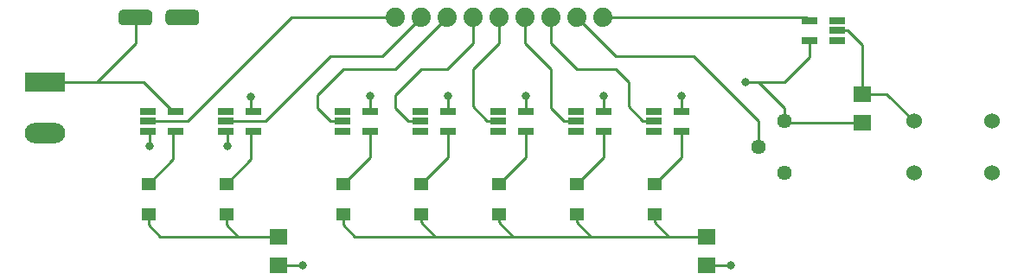
<source format=gbr>
%TF.GenerationSoftware,KiCad,Pcbnew,5.1.10*%
%TF.CreationDate,2021-08-10T02:55:14-04:00*%
%TF.ProjectId,KSG Display Board,4b534720-4469-4737-906c-617920426f61,rev?*%
%TF.SameCoordinates,Original*%
%TF.FileFunction,Copper,L1,Top*%
%TF.FilePolarity,Positive*%
%FSLAX46Y46*%
G04 Gerber Fmt 4.6, Leading zero omitted, Abs format (unit mm)*
G04 Created by KiCad (PCBNEW 5.1.10) date 2021-08-10 02:55:14*
%MOMM*%
%LPD*%
G01*
G04 APERTURE LIST*
%TA.AperFunction,SMDPad,CuDef*%
%ADD10R,1.798320X1.597660*%
%TD*%
%TA.AperFunction,SMDPad,CuDef*%
%ADD11R,1.399540X1.198880*%
%TD*%
%TA.AperFunction,SMDPad,CuDef*%
%ADD12R,1.560000X0.650000*%
%TD*%
%TA.AperFunction,ComponentPad*%
%ADD13O,3.960000X1.980000*%
%TD*%
%TA.AperFunction,ComponentPad*%
%ADD14R,3.960000X1.980000*%
%TD*%
%TA.AperFunction,ComponentPad*%
%ADD15C,1.524000*%
%TD*%
%TA.AperFunction,ComponentPad*%
%ADD16C,1.440000*%
%TD*%
%TA.AperFunction,ComponentPad*%
%ADD17C,1.879600*%
%TD*%
%TA.AperFunction,ViaPad*%
%ADD18C,0.800000*%
%TD*%
%TA.AperFunction,Conductor*%
%ADD19C,0.250000*%
%TD*%
G04 APERTURE END LIST*
D10*
%TO.P,R3,2*%
%TO.N,Net-(R3-Pad2)*%
X176530000Y-121790460D03*
%TO.P,R3,1*%
%TO.N,5V*%
X176530000Y-124589540D03*
%TD*%
%TO.P,R2,2*%
%TO.N,GND*%
X161290000Y-138559540D03*
%TO.P,R2,1*%
%TO.N,Net-(D3-PadC)*%
X161290000Y-135760460D03*
%TD*%
%TO.P,R1,2*%
%TO.N,GND*%
X119380000Y-138559540D03*
%TO.P,R1,1*%
%TO.N,Net-(D1-PadC)*%
X119380000Y-135760460D03*
%TD*%
D11*
%TO.P,D2,C*%
%TO.N,Net-(D1-PadC)*%
X114300000Y-133578600D03*
%TO.P,D2,A*%
%TO.N,Net-(D2-PadA)*%
X114300000Y-130581400D03*
%TD*%
%TO.P,D1,C*%
%TO.N,Net-(D1-PadC)*%
X106680000Y-133578600D03*
%TO.P,D1,A*%
%TO.N,Net-(D1-PadA)*%
X106680000Y-130581400D03*
%TD*%
D12*
%TO.P,U2,5*%
%TO.N,5V*%
X116920000Y-123510000D03*
%TO.P,U2,4*%
%TO.N,Net-(D2-PadA)*%
X116920000Y-125410000D03*
%TO.P,U2,3*%
%TO.N,GND*%
X114220000Y-125410000D03*
%TO.P,U2,2*%
%TO.N,Net-(J1-Pad2)*%
X114220000Y-124460000D03*
%TO.P,U2,1*%
%TO.N,N/C*%
X114220000Y-123510000D03*
%TD*%
%TO.P,U1,5*%
%TO.N,5V*%
X109300000Y-123510000D03*
%TO.P,U1,4*%
%TO.N,Net-(D1-PadA)*%
X109300000Y-125410000D03*
%TO.P,U1,3*%
%TO.N,GND*%
X106600000Y-125410000D03*
%TO.P,U1,2*%
%TO.N,Net-(J1-Pad1)*%
X106600000Y-124460000D03*
%TO.P,U1,1*%
%TO.N,N/C*%
X106600000Y-123510000D03*
%TD*%
%TO.P,S1,3*%
%TO.N,5V*%
%TA.AperFunction,ComponentPad*%
G36*
G01*
X107061000Y-113919000D02*
X107061000Y-114681000D01*
G75*
G02*
X106680000Y-115062000I-381000J0D01*
G01*
X104140000Y-115062000D01*
G75*
G02*
X103759000Y-114681000I0J381000D01*
G01*
X103759000Y-113919000D01*
G75*
G02*
X104140000Y-113538000I381000J0D01*
G01*
X106680000Y-113538000D01*
G75*
G02*
X107061000Y-113919000I0J-381000D01*
G01*
G37*
%TD.AperFunction*%
%TO.P,S1,1*%
%TA.AperFunction,ComponentPad*%
G36*
G01*
X111661000Y-113919000D02*
X111661000Y-114681000D01*
G75*
G02*
X111280000Y-115062000I-381000J0D01*
G01*
X108740000Y-115062000D01*
G75*
G02*
X108359000Y-114681000I0J381000D01*
G01*
X108359000Y-113919000D01*
G75*
G02*
X108740000Y-113538000I381000J0D01*
G01*
X111280000Y-113538000D01*
G75*
G02*
X111661000Y-113919000I0J-381000D01*
G01*
G37*
%TD.AperFunction*%
%TD*%
D13*
%TO.P,J2,2*%
%TO.N,GND*%
X96520000Y-125650000D03*
D14*
%TO.P,J2,1*%
%TO.N,5V*%
X96520000Y-120650000D03*
%TD*%
D15*
%TO.P,SW1,4*%
%TO.N,Net-(SW1-Pad4)*%
X189230000Y-129540000D03*
%TO.P,SW1,3*%
%TO.N,GND*%
X181610000Y-129540000D03*
%TO.P,SW1,2*%
%TO.N,Net-(SW1-Pad2)*%
X189230000Y-124460000D03*
%TO.P,SW1,1*%
%TO.N,Net-(R3-Pad2)*%
X181610000Y-124460000D03*
%TD*%
D16*
%TO.P,VR1,1*%
%TO.N,5V*%
X168910000Y-124460000D03*
%TO.P,VR1,2*%
%TO.N,Net-(J1-Pad8)*%
X166370000Y-127000000D03*
%TO.P,VR1,3*%
%TO.N,GND*%
X168910000Y-129540000D03*
%TD*%
D12*
%TO.P,U9,5*%
%TO.N,5V*%
X171370000Y-116520000D03*
%TO.P,U9,4*%
%TO.N,Net-(J1-Pad9)*%
X171370000Y-114620000D03*
%TO.P,U9,3*%
%TO.N,GND*%
X174070000Y-114620000D03*
%TO.P,U9,2*%
%TO.N,Net-(R3-Pad2)*%
X174070000Y-115570000D03*
%TO.P,U9,1*%
%TO.N,N/C*%
X174070000Y-116520000D03*
%TD*%
%TO.P,U8,5*%
%TO.N,5V*%
X158830000Y-123510000D03*
%TO.P,U8,4*%
%TO.N,Net-(D7-PadA)*%
X158830000Y-125410000D03*
%TO.P,U8,3*%
%TO.N,GND*%
X156130000Y-125410000D03*
%TO.P,U8,2*%
%TO.N,Net-(J1-Pad7)*%
X156130000Y-124460000D03*
%TO.P,U8,1*%
%TO.N,N/C*%
X156130000Y-123510000D03*
%TD*%
%TO.P,U7,5*%
%TO.N,5V*%
X151210000Y-123510000D03*
%TO.P,U7,4*%
%TO.N,Net-(D6-PadA)*%
X151210000Y-125410000D03*
%TO.P,U7,3*%
%TO.N,GND*%
X148510000Y-125410000D03*
%TO.P,U7,2*%
%TO.N,Net-(J1-Pad6)*%
X148510000Y-124460000D03*
%TO.P,U7,1*%
%TO.N,N/C*%
X148510000Y-123510000D03*
%TD*%
%TO.P,U6,5*%
%TO.N,5V*%
X143590000Y-123510000D03*
%TO.P,U6,4*%
%TO.N,Net-(D5-PadA)*%
X143590000Y-125410000D03*
%TO.P,U6,3*%
%TO.N,GND*%
X140890000Y-125410000D03*
%TO.P,U6,2*%
%TO.N,Net-(J1-Pad5)*%
X140890000Y-124460000D03*
%TO.P,U6,1*%
%TO.N,N/C*%
X140890000Y-123510000D03*
%TD*%
%TO.P,U5,5*%
%TO.N,5V*%
X135970000Y-123510000D03*
%TO.P,U5,4*%
%TO.N,Net-(D4-PadA)*%
X135970000Y-125410000D03*
%TO.P,U5,3*%
%TO.N,GND*%
X133270000Y-125410000D03*
%TO.P,U5,2*%
%TO.N,Net-(J1-Pad4)*%
X133270000Y-124460000D03*
%TO.P,U5,1*%
%TO.N,N/C*%
X133270000Y-123510000D03*
%TD*%
%TO.P,U4,5*%
%TO.N,5V*%
X128350000Y-123510000D03*
%TO.P,U4,4*%
%TO.N,Net-(D3-PadA)*%
X128350000Y-125410000D03*
%TO.P,U4,3*%
%TO.N,GND*%
X125650000Y-125410000D03*
%TO.P,U4,2*%
%TO.N,Net-(J1-Pad3)*%
X125650000Y-124460000D03*
%TO.P,U4,1*%
%TO.N,N/C*%
X125650000Y-123510000D03*
%TD*%
D17*
%TO.P,J1,9*%
%TO.N,Net-(J1-Pad9)*%
X151130000Y-114300000D03*
%TO.P,J1,8*%
%TO.N,Net-(J1-Pad8)*%
X148590000Y-114300000D03*
%TO.P,J1,7*%
%TO.N,Net-(J1-Pad7)*%
X146050000Y-114300000D03*
%TO.P,J1,6*%
%TO.N,Net-(J1-Pad6)*%
X143510000Y-114300000D03*
%TO.P,J1,5*%
%TO.N,Net-(J1-Pad5)*%
X140970000Y-114300000D03*
%TO.P,J1,4*%
%TO.N,Net-(J1-Pad4)*%
X138430000Y-114300000D03*
%TO.P,J1,3*%
%TO.N,Net-(J1-Pad3)*%
X135890000Y-114300000D03*
%TO.P,J1,2*%
%TO.N,Net-(J1-Pad2)*%
X133350000Y-114300000D03*
%TO.P,J1,1*%
%TO.N,Net-(J1-Pad1)*%
X130810000Y-114300000D03*
%TD*%
D11*
%TO.P,D7,C*%
%TO.N,Net-(D3-PadC)*%
X156210000Y-133578600D03*
%TO.P,D7,A*%
%TO.N,Net-(D7-PadA)*%
X156210000Y-130581400D03*
%TD*%
%TO.P,D6,C*%
%TO.N,Net-(D3-PadC)*%
X148590000Y-133578600D03*
%TO.P,D6,A*%
%TO.N,Net-(D6-PadA)*%
X148590000Y-130581400D03*
%TD*%
%TO.P,D5,C*%
%TO.N,Net-(D3-PadC)*%
X140970000Y-133578600D03*
%TO.P,D5,A*%
%TO.N,Net-(D5-PadA)*%
X140970000Y-130581400D03*
%TD*%
%TO.P,D4,C*%
%TO.N,Net-(D3-PadC)*%
X133350000Y-133578600D03*
%TO.P,D4,A*%
%TO.N,Net-(D4-PadA)*%
X133350000Y-130581400D03*
%TD*%
%TO.P,D3,C*%
%TO.N,Net-(D3-PadC)*%
X125730000Y-133578600D03*
%TO.P,D3,A*%
%TO.N,Net-(D3-PadA)*%
X125730000Y-130581400D03*
%TD*%
D18*
%TO.N,5V*%
X158830000Y-122000000D03*
X151210000Y-122000000D03*
X143590000Y-122000000D03*
X135970000Y-122000000D03*
X128350000Y-122000000D03*
X165100000Y-120650000D03*
X116707500Y-122052500D03*
%TO.N,GND*%
X121790460Y-138559540D03*
X163700460Y-138559540D03*
X114432500Y-126867500D03*
X106812500Y-126867500D03*
%TD*%
D19*
%TO.N,Net-(D1-PadC)*%
X106680000Y-133578600D02*
X106680000Y-134620000D01*
X106680000Y-134620000D02*
X107820460Y-135760460D01*
X114300000Y-134620000D02*
X115440460Y-135760460D01*
X114300000Y-133578600D02*
X114300000Y-134620000D01*
X115440460Y-135760460D02*
X119380000Y-135760460D01*
X107820460Y-135760460D02*
X115440460Y-135760460D01*
%TO.N,Net-(D1-PadA)*%
X109087500Y-128173900D02*
X106680000Y-130581400D01*
X109087500Y-125410000D02*
X109087500Y-128173900D01*
%TO.N,Net-(D2-PadA)*%
X116707500Y-128173900D02*
X114300000Y-130581400D01*
X116707500Y-125410000D02*
X116707500Y-128173900D01*
%TO.N,Net-(D3-PadC)*%
X125730000Y-133578600D02*
X125730000Y-134620000D01*
X125730000Y-134620000D02*
X126870460Y-135760460D01*
X133350000Y-133578600D02*
X133350000Y-134360920D01*
X133350000Y-134360920D02*
X134749540Y-135760460D01*
X126870460Y-135760460D02*
X134749540Y-135760460D01*
X140970000Y-134360920D02*
X142369540Y-135760460D01*
X140970000Y-133578600D02*
X140970000Y-134360920D01*
X134749540Y-135760460D02*
X142369540Y-135760460D01*
X148590000Y-134360920D02*
X149989540Y-135760460D01*
X148590000Y-133578600D02*
X148590000Y-134360920D01*
X142369540Y-135760460D02*
X149989540Y-135760460D01*
X156210000Y-134360920D02*
X157609540Y-135760460D01*
X156210000Y-133578600D02*
X156210000Y-134360920D01*
X157609540Y-135760460D02*
X161290000Y-135760460D01*
X149989540Y-135760460D02*
X157609540Y-135760460D01*
%TO.N,Net-(D3-PadA)*%
X128350000Y-127961400D02*
X125730000Y-130581400D01*
X128350000Y-125410000D02*
X128350000Y-127961400D01*
%TO.N,Net-(D4-PadA)*%
X135970000Y-127961400D02*
X133350000Y-130581400D01*
X135970000Y-125410000D02*
X135970000Y-127961400D01*
%TO.N,Net-(D5-PadA)*%
X143590000Y-127961400D02*
X140970000Y-130581400D01*
X143590000Y-125410000D02*
X143590000Y-127961400D01*
%TO.N,Net-(D6-PadA)*%
X151210000Y-127961400D02*
X148590000Y-130581400D01*
X151210000Y-125410000D02*
X151210000Y-127961400D01*
%TO.N,Net-(D7-PadA)*%
X158830000Y-127961400D02*
X156210000Y-130581400D01*
X158830000Y-125410000D02*
X158830000Y-127961400D01*
%TO.N,Net-(R3-Pad2)*%
X176530000Y-117000000D02*
X176530000Y-121790460D01*
X175100000Y-115570000D02*
X176530000Y-117000000D01*
X174070000Y-115570000D02*
X175100000Y-115570000D01*
X178940460Y-121790460D02*
X181610000Y-124460000D01*
X176530000Y-121790460D02*
X178940460Y-121790460D01*
%TO.N,5V*%
X106227500Y-120650000D02*
X109087500Y-123510000D01*
X105410000Y-116840000D02*
X101600000Y-120650000D01*
X105410000Y-114300000D02*
X105410000Y-116840000D01*
X101600000Y-120650000D02*
X106227500Y-120650000D01*
X96520000Y-120650000D02*
X101600000Y-120650000D01*
X169039540Y-124589540D02*
X168910000Y-124460000D01*
X176530000Y-124589540D02*
X169039540Y-124589540D01*
X128350000Y-123510000D02*
X128350000Y-122000000D01*
X135970000Y-123510000D02*
X135970000Y-122000000D01*
X143590000Y-123510000D02*
X143590000Y-122000000D01*
X151210000Y-123510000D02*
X151210000Y-122000000D01*
X158830000Y-123510000D02*
X158830000Y-122000000D01*
X158830000Y-122000000D02*
X158830000Y-122000000D01*
X151210000Y-122000000D02*
X151210000Y-122000000D01*
X143590000Y-122000000D02*
X143590000Y-122000000D01*
X135970000Y-122000000D02*
X135970000Y-122000000D01*
X128350000Y-122000000D02*
X128350000Y-122000000D01*
X171370000Y-116520000D02*
X171370000Y-118190000D01*
X171370000Y-118190000D02*
X168910000Y-120650000D01*
X168910000Y-120650000D02*
X165100000Y-120650000D01*
X168910000Y-124460000D02*
X168910000Y-123190000D01*
X168910000Y-123190000D02*
X166370000Y-120650000D01*
X165100000Y-120650000D02*
X165100000Y-120650000D01*
X116707500Y-123510000D02*
X116707500Y-122052500D01*
X116707500Y-122052500D02*
X116707500Y-122052500D01*
%TO.N,Net-(J1-Pad1)*%
X120650000Y-114300000D02*
X130810000Y-114300000D01*
X110490000Y-124460000D02*
X120650000Y-114300000D01*
X106812500Y-124460000D02*
X110490000Y-124460000D01*
%TO.N,Net-(J1-Pad2)*%
X114432500Y-124460000D02*
X118110000Y-124460000D01*
X118110000Y-124460000D02*
X124460000Y-118110000D01*
X129540000Y-118110000D02*
X133350000Y-114300000D01*
X124460000Y-118110000D02*
X129540000Y-118110000D01*
%TO.N,Net-(J1-Pad9)*%
X171050000Y-114300000D02*
X171370000Y-114620000D01*
X151130000Y-114300000D02*
X171050000Y-114300000D01*
%TO.N,Net-(J1-Pad8)*%
X166370000Y-127000000D02*
X166370000Y-124460000D01*
X166370000Y-124460000D02*
X160020000Y-118110000D01*
X160020000Y-118110000D02*
X152400000Y-118110000D01*
X152400000Y-118110000D02*
X148590000Y-114300000D01*
%TO.N,Net-(J1-Pad7)*%
X146050000Y-114300000D02*
X146050000Y-116840000D01*
X146050000Y-116840000D02*
X148590000Y-119380000D01*
X148590000Y-119380000D02*
X152400000Y-119380000D01*
X152400000Y-119380000D02*
X153670000Y-120650000D01*
X155100000Y-124460000D02*
X156130000Y-124460000D01*
X153670000Y-123030000D02*
X155100000Y-124460000D01*
X153670000Y-120650000D02*
X153670000Y-123030000D01*
%TO.N,Net-(J1-Pad6)*%
X143510000Y-114300000D02*
X143510000Y-116840000D01*
X143510000Y-116840000D02*
X146050000Y-119380000D01*
X146050000Y-119380000D02*
X146050000Y-123190000D01*
X147320000Y-124460000D02*
X148510000Y-124460000D01*
X146050000Y-123190000D02*
X147320000Y-124460000D01*
%TO.N,Net-(J1-Pad5)*%
X140970000Y-114300000D02*
X140970000Y-116840000D01*
X140970000Y-116840000D02*
X138430000Y-119380000D01*
X139860000Y-124460000D02*
X140890000Y-124460000D01*
X138430000Y-123030000D02*
X139860000Y-124460000D01*
X138430000Y-119380000D02*
X138430000Y-123030000D01*
%TO.N,Net-(J1-Pad4)*%
X138430000Y-114300000D02*
X138430000Y-116840000D01*
X138430000Y-116840000D02*
X135890000Y-119380000D01*
X135890000Y-119380000D02*
X133350000Y-119380000D01*
X133350000Y-119380000D02*
X130810000Y-121920000D01*
X130810000Y-121920000D02*
X130810000Y-123190000D01*
X132080000Y-124460000D02*
X133270000Y-124460000D01*
X130810000Y-123190000D02*
X132080000Y-124460000D01*
%TO.N,Net-(J1-Pad3)*%
X135890000Y-114300000D02*
X130810000Y-119380000D01*
X130810000Y-119380000D02*
X125730000Y-119380000D01*
X125730000Y-119380000D02*
X123190000Y-121920000D01*
X123190000Y-121920000D02*
X123190000Y-123190000D01*
X124460000Y-124460000D02*
X125650000Y-124460000D01*
X123190000Y-123190000D02*
X124460000Y-124460000D01*
%TO.N,GND*%
X114432500Y-125410000D02*
X114432500Y-126867500D01*
X106812500Y-125410000D02*
X106812500Y-126867500D01*
X119380000Y-138559540D02*
X121790460Y-138559540D01*
X121790460Y-138559540D02*
X121790460Y-138559540D01*
X161290000Y-138559540D02*
X163700460Y-138559540D01*
X163700460Y-138559540D02*
X163700460Y-138559540D01*
X114432500Y-126867500D02*
X114432500Y-126867500D01*
X106812500Y-126867500D02*
X106812500Y-126867500D01*
%TD*%
M02*

</source>
